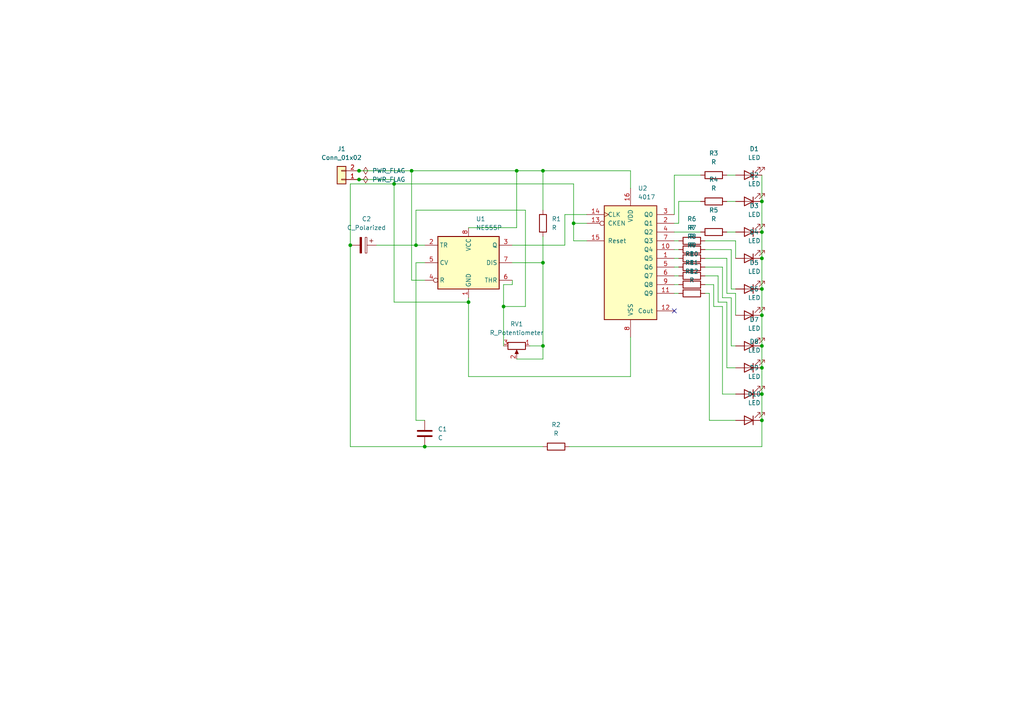
<source format=kicad_sch>
(kicad_sch (version 20250114) (generator "eeschema") (generator_version "9.0")
  (paper "A4")
  (lib_symbols
    (symbol "4xxx:4017" (pin_names (offset 1.016))
      (property "Reference" "U" (at -7.62 16.51 0))
      (property "Value" "4017" (at -7.62 -19.05 0))
      (symbol "4017_1_0"
        (pin input clock (at -12.7 12.7 0) (length 5.08) (name "CLK") (number "14"))
        (pin input inverted (at -12.7 10.16 0) (length 5.08) (name "CKEN") (number "13"))
        (pin input line (at -12.7 5.08 0) (length 5.08) (name "Reset") (number "15"))
        (pin power_in line (at 0 20.32 270) (length 5.08) (name "VDD") (number "16"))
        (pin power_in line (at 0 -22.86 90) (length 5.08) (name "VSS") (number "8"))
        (pin output line (at 12.7 12.7 180) (length 5.08) (name "Q0") (number "3"))
        (pin output line (at 12.7 10.16 180) (length 5.08) (name "Q1") (number "2"))
        (pin output line (at 12.7 7.62 180) (length 5.08) (name "Q2") (number "4"))
        (pin output line (at 12.7 5.08 180) (length 5.08) (name "Q3") (number "7"))
        (pin output line (at 12.7 2.54 180) (length 5.08) (name "Q4") (number "10"))
        (pin output line (at 12.7 0 180) (length 5.08) (name "Q5") (number "1"))
        (pin output line (at 12.7 -2.54 180) (length 5.08) (name "Q6") (number "5"))
        (pin output line (at 12.7 -5.08 180) (length 5.08) (name "Q7") (number "6"))
        (pin output line (at 12.7 -7.62 180) (length 5.08) (name "Q8") (number "9"))
        (pin output line (at 12.7 -10.16 180) (length 5.08) (name "Q9") (number "11"))
        (pin output line (at 12.7 -15.24 180) (length 5.08) (name "Cout") (number "12"))
      )
      (symbol "4017_1_1"
        (rectangle (start -7.62 15.24) (end 7.62 -17.78) (stroke (width 0.254)) (fill (type background)))
      )
    )
    (symbol "Connector_Generic:Conn_01x02" (pin_names (offset 1.016) (hide yes))
      (property "Reference" "J" (at 0 2.54 0))
      (property "Value" "Conn_01x02" (at 0 -5.08 0))
      (symbol "Conn_01x02_1_1"
        (rectangle (start -1.27 1.27) (end 1.27 -3.81) (stroke (width 0.254)) (fill (type background)))
        (rectangle (start -1.27 0.127) (end 0 -0.127) (stroke (width 0.1524)))
        (rectangle (start -1.27 -2.413) (end 0 -2.667) (stroke (width 0.1524)))
        (pin passive line (at -5.08 0 0) (length 3.81) (name "Pin_1") (number "1"))
        (pin passive line (at -5.08 -2.54 0) (length 3.81) (name "Pin_2") (number "2"))
      )
    )
    (symbol "Device:C" (pin_numbers (hide yes)) (pin_names (offset 0.254))
      (property "Reference" "C" (at 0.635 2.54 0))
      (property "Value" "C" (at 0.635 -2.54 0))
      (symbol "C_0_1"
        (polyline (pts (xy -2.032 0.762) (xy 2.032 0.762)) (stroke (width 0.508)))
        (polyline (pts (xy -2.032 -0.762) (xy 2.032 -0.762)) (stroke (width 0.508)))
      )
      (symbol "C_1_1"
        (pin passive line (at 0 3.81 270) (length 2.794) (name "~") (number "1"))
        (pin passive line (at 0 -3.81 90) (length 2.794) (name "~") (number "2"))
      )
    )
    (symbol "Device:C_Polarized" (pin_numbers (hide yes)) (pin_names (offset 0.254))
      (property "Reference" "C" (at 0.635 2.54 0))
      (property "Value" "C_Polarized" (at 0.635 -2.54 0))
      (symbol "C_Polarized_0_1"
        (rectangle (start -2.286 0.508) (end 2.286 1.016))
        (polyline (pts (xy -1.778 2.286) (xy -0.762 2.286)))
        (polyline (pts (xy -1.27 2.794) (xy -1.27 1.778)))
        (rectangle (start 2.286 -0.508) (end -2.286 -1.016) (fill (type outline)))
      )
      (symbol "C_Polarized_1_1"
        (pin passive line (at 0 3.81 270) (length 2.794) (name "~") (number "1"))
        (pin passive line (at 0 -3.81 90) (length 2.794) (name "~") (number "2"))
      )
    )
    (symbol "Device:LED" (pin_numbers (hide yes)) (pin_names (offset 1.016) (hide yes))
      (property "Reference" "D" (at 0 2.54 0))
      (property "Value" "LED" (at 0 -2.54 0))
      (symbol "LED_0_1"
        (polyline (pts (xy -3.048 -0.762) (xy -4.572 -2.286) (xy -3.81 -2.286) (xy -4.572 -2.286) (xy -4.572 -1.524)))
        (polyline (pts (xy -1.778 -0.762) (xy -3.302 -2.286) (xy -2.54 -2.286) (xy -3.302 -2.286) (xy -3.302 -1.524)))
        (polyline (pts (xy -1.27 0) (xy 1.27 0)))
        (polyline (pts (xy -1.27 -1.27) (xy -1.27 1.27)) (stroke (width 0.254)))
        (polyline (pts (xy 1.27 -1.27) (xy 1.27 1.27) (xy -1.27 0) (xy 1.27 -1.27)) (stroke (width 0.254)))
      )
      (symbol "LED_1_1"
        (pin passive line (at -3.81 0 0) (length 2.54) (name "K") (number "1"))
        (pin passive line (at 3.81 0 180) (length 2.54) (name "A") (number "2"))
      )
    )
    (symbol "Device:R" (pin_numbers (hide yes)) (pin_names (offset 0))
      (property "Reference" "R" (at 2.032 0 90))
      (property "Value" "R" (at 0 0 90))
      (symbol "R_0_1"
        (rectangle (start -1.016 -2.54) (end 1.016 2.54) (stroke (width 0.254)))
      )
      (symbol "R_1_1"
        (pin passive line (at 0 3.81 270) (length 1.27) (name "~") (number "1"))
        (pin passive line (at 0 -3.81 90) (length 1.27) (name "~") (number "2"))
      )
    )
    (symbol "Device:R_Potentiometer" (pin_names (offset 1.016) (hide yes))
      (property "Reference" "RV" (at -4.445 0 90))
      (property "Value" "R_Potentiometer" (at -2.54 0 90))
      (symbol "R_Potentiometer_0_1"
        (rectangle (start 1.016 2.54) (end -1.016 -2.54) (stroke (width 0.254)))
        (polyline (pts (xy 1.143 0) (xy 2.286 0.508) (xy 2.286 -0.508) (xy 1.143 0)) (fill (type outline)))
        (polyline (pts (xy 2.54 0) (xy 1.524 0)))
      )
      (symbol "R_Potentiometer_1_1"
        (pin passive line (at 0 3.81 270) (length 1.27) (name "1") (number "1"))
        (pin passive line (at 0 -3.81 90) (length 1.27) (name "3") (number "3"))
        (pin passive line (at 3.81 0 180) (length 1.27) (name "2") (number "2"))
      )
    )
    (symbol "Timer:NE555P"
      (property "Reference" "U" (at -10.16 8.89 0))
      (property "Value" "NE555P" (at 2.54 8.89 0))
      (symbol "NE555P_0_0"
        (pin power_in line (at 0 10.16 270) (length 2.54) (name "VCC") (number "8"))
        (pin power_in line (at 0 -10.16 90) (length 2.54) (name "GND") (number "1"))
      )
      (symbol "NE555P_0_1"
        (rectangle (start -8.89 -7.62) (end 8.89 7.62) (stroke (width 0.254)) (fill (type background)))
        (rectangle (start -8.89 -7.62) (end 8.89 7.62) (stroke (width 0.254)) (fill (type background)))
      )
      (symbol "NE555P_1_1"
        (pin input line (at -12.7 5.08 0) (length 3.81) (name "TR") (number "2"))
        (pin input line (at -12.7 0 0) (length 3.81) (name "CV") (number "5"))
        (pin input inverted (at -12.7 -5.08 0) (length 3.81) (name "R") (number "4"))
        (pin output line (at 12.7 5.08 180) (length 3.81) (name "Q") (number "3"))
        (pin input line (at 12.7 0 180) (length 3.81) (name "DIS") (number "7"))
        (pin input line (at 12.7 -5.08 180) (length 3.81) (name "THR") (number "6"))
      )
    )
    (symbol "power:PWR_FLAG" (power) (pin_numbers (hide yes)) (pin_names (offset 0) (hide yes))
      (property "Value" "PWR_FLAG" (at 0 3.81 0))
      (symbol "PWR_FLAG_0_0"
        (pin power_out line (at 0 0 90) (length 0) (name "~") (number "1"))
      )
      (symbol "PWR_FLAG_0_1"
        (polyline (pts (xy 0 0) (xy 0 1.27) (xy -1.016 1.905) (xy 0 2.54) (xy 1.016 1.905) (xy 0 1.27)))
      )
    )
  )
  (junction (at 146.05 88.9))
  (junction (at 220.98 91.44))
  (junction (at 101.6 71.12))
  (junction (at 120.65 71.12))
  (junction (at 114.3 53.34))
  (junction (at 166.37 64.77))
  (junction (at 220.98 121.92))
  (junction (at 123.19 129.54))
  (junction (at 220.98 58.42))
  (junction (at 220.98 106.68))
  (junction (at 220.98 83.82))
  (junction (at 157.48 49.53))
  (junction (at 220.98 67.31))
  (junction (at 104.14 52.07))
  (junction (at 220.98 74.93))
  (junction (at 135.89 87.63))
  (junction (at 157.48 76.2))
  (junction (at 220.98 100.33))
  (junction (at 220.98 114.3))
  (junction (at 157.48 100.33))
  (junction (at 119.38 49.53))
  (junction (at 149.86 49.53))
  (junction (at 104.14 49.53))
  (no_connect (at 195.58 90.17))
  (wire (pts (xy 210.82 106.68) (xy 213.36 106.68)))
  (wire (pts (xy 182.88 109.22) (xy 135.89 109.22)))
  (wire (pts (xy 220.98 74.93) (xy 220.98 83.82)))
  (wire (pts (xy 120.65 71.12) (xy 120.65 60.96)))
  (wire (pts (xy 166.37 64.77) (xy 170.18 64.77)))
  (wire (pts (xy 196.85 58.42) (xy 203.2 58.42)))
  (wire (pts (xy 101.6 53.34) (xy 101.6 71.12)))
  (wire (pts (xy 195.58 72.39) (xy 196.85 72.39)))
  (wire (pts (xy 157.48 100.33) (xy 157.48 104.14)))
  (wire (pts (xy 149.86 66.04) (xy 149.86 49.53)))
  (wire (pts (xy 220.98 91.44) (xy 220.98 100.33)))
  (wire (pts (xy 220.98 129.54) (xy 220.98 121.92)))
  (wire (pts (xy 209.55 88.9) (xy 209.55 114.3)))
  (wire (pts (xy 195.58 50.8) (xy 203.2 50.8)))
  (wire (pts (xy 195.58 69.85) (xy 196.85 69.85)))
  (wire (pts (xy 104.14 52.07) (xy 114.3 52.07)))
  (wire (pts (xy 220.98 83.82) (xy 220.98 91.44)))
  (wire (pts (xy 195.58 85.09) (xy 196.85 85.09)))
  (wire (pts (xy 209.55 114.3) (xy 213.36 114.3)))
  (wire (pts (xy 109.22 71.12) (xy 120.65 71.12)))
  (wire (pts (xy 212.09 100.33) (xy 213.36 100.33)))
  (wire (pts (xy 182.88 97.79) (xy 182.88 109.22)))
  (wire (pts (xy 157.48 49.53) (xy 157.48 60.96)))
  (wire (pts (xy 119.38 49.53) (xy 119.38 81.28)))
  (wire (pts (xy 148.59 71.12) (xy 163.83 71.12)))
  (wire (pts (xy 220.98 58.42) (xy 220.98 67.31)))
  (wire (pts (xy 157.48 68.58) (xy 157.48 76.2)))
  (wire (pts (xy 101.6 129.54) (xy 101.6 71.12)))
  (wire (pts (xy 195.58 67.31) (xy 203.2 67.31)))
  (wire (pts (xy 146.05 100.33) (xy 146.05 88.9)))
  (wire (pts (xy 163.83 62.23) (xy 170.18 62.23)))
  (wire (pts (xy 152.4 88.9) (xy 146.05 88.9)))
  (wire (pts (xy 210.82 87.63) (xy 210.82 106.68)))
  (wire (pts (xy 114.3 52.07) (xy 114.3 53.34)))
  (wire (pts (xy 146.05 88.9) (xy 146.05 82.55)))
  (wire (pts (xy 210.82 67.31) (xy 213.36 67.31)))
  (wire (pts (xy 146.05 82.55) (xy 148.59 82.55)))
  (wire (pts (xy 212.09 72.39) (xy 212.09 83.82)))
  (wire (pts (xy 123.19 129.54) (xy 157.48 129.54)))
  (wire (pts (xy 119.38 81.28) (xy 123.19 81.28)))
  (wire (pts (xy 205.74 85.09) (xy 205.74 121.92)))
  (wire (pts (xy 204.47 74.93) (xy 210.82 74.93)))
  (wire (pts (xy 220.98 106.68) (xy 220.98 114.3)))
  (wire (pts (xy 157.48 49.53) (xy 149.86 49.53)))
  (wire (pts (xy 195.58 74.93) (xy 196.85 74.93)))
  (wire (pts (xy 182.88 49.53) (xy 157.48 49.53)))
  (wire (pts (xy 182.88 54.61) (xy 182.88 49.53)))
  (wire (pts (xy 204.47 72.39) (xy 212.09 72.39)))
  (wire (pts (xy 114.3 53.34) (xy 114.3 87.63)))
  (wire (pts (xy 114.3 87.63) (xy 135.89 87.63)))
  (wire (pts (xy 135.89 87.63) (xy 135.89 86.36)))
  (wire (pts (xy 210.82 50.8) (xy 213.36 50.8)))
  (wire (pts (xy 120.65 60.96) (xy 152.4 60.96)))
  (wire (pts (xy 210.82 58.42) (xy 213.36 58.42)))
  (wire (pts (xy 207.01 88.9) (xy 209.55 88.9)))
  (wire (pts (xy 149.86 104.14) (xy 157.48 104.14)))
  (wire (pts (xy 114.3 53.34) (xy 101.6 53.34)))
  (wire (pts (xy 212.09 86.36) (xy 212.09 100.33)))
  (wire (pts (xy 205.74 121.92) (xy 213.36 121.92)))
  (wire (pts (xy 204.47 82.55) (xy 207.01 82.55)))
  (wire (pts (xy 220.98 114.3) (xy 220.98 121.92)))
  (wire (pts (xy 114.3 53.34) (xy 166.37 53.34)))
  (wire (pts (xy 208.28 80.01) (xy 208.28 87.63)))
  (wire (pts (xy 157.48 76.2) (xy 148.59 76.2)))
  (wire (pts (xy 148.59 82.55) (xy 148.59 81.28)))
  (wire (pts (xy 195.58 62.23) (xy 195.58 50.8)))
  (wire (pts (xy 208.28 87.63) (xy 210.82 87.63)))
  (wire (pts (xy 220.98 50.8) (xy 220.98 58.42)))
  (wire (pts (xy 135.89 109.22) (xy 135.89 87.63)))
  (wire (pts (xy 195.58 82.55) (xy 196.85 82.55)))
  (wire (pts (xy 149.86 49.53) (xy 119.38 49.53)))
  (wire (pts (xy 135.89 66.04) (xy 149.86 66.04)))
  (wire (pts (xy 166.37 64.77) (xy 166.37 69.85)))
  (wire (pts (xy 210.82 74.93) (xy 210.82 85.09)))
  (wire (pts (xy 120.65 121.92) (xy 123.19 121.92)))
  (wire (pts (xy 220.98 100.33) (xy 220.98 106.68)))
  (wire (pts (xy 210.82 85.09) (xy 213.36 85.09)))
  (wire (pts (xy 204.47 80.01) (xy 208.28 80.01)))
  (wire (pts (xy 120.65 71.12) (xy 123.19 71.12)))
  (wire (pts (xy 204.47 85.09) (xy 205.74 85.09)))
  (wire (pts (xy 119.38 49.53) (xy 104.14 49.53)))
  (wire (pts (xy 157.48 100.33) (xy 153.67 100.33)))
  (wire (pts (xy 213.36 69.85) (xy 213.36 74.93)))
  (wire (pts (xy 166.37 53.34) (xy 166.37 64.77)))
  (wire (pts (xy 163.83 71.12) (xy 163.83 62.23)))
  (wire (pts (xy 165.1 129.54) (xy 220.98 129.54)))
  (wire (pts (xy 166.37 69.85) (xy 170.18 69.85)))
  (wire (pts (xy 195.58 80.01) (xy 196.85 80.01)))
  (wire (pts (xy 123.19 129.54) (xy 101.6 129.54)))
  (wire (pts (xy 209.55 77.47) (xy 209.55 86.36)))
  (wire (pts (xy 204.47 77.47) (xy 209.55 77.47)))
  (wire (pts (xy 212.09 83.82) (xy 213.36 83.82)))
  (wire (pts (xy 120.65 76.2) (xy 120.65 121.92)))
  (wire (pts (xy 207.01 82.55) (xy 207.01 88.9)))
  (wire (pts (xy 123.19 76.2) (xy 120.65 76.2)))
  (wire (pts (xy 152.4 60.96) (xy 152.4 88.9)))
  (wire (pts (xy 220.98 67.31) (xy 220.98 74.93)))
  (wire (pts (xy 157.48 76.2) (xy 157.48 100.33)))
  (wire (pts (xy 196.85 64.77) (xy 196.85 58.42)))
  (wire (pts (xy 213.36 85.09) (xy 213.36 91.44)))
  (wire (pts (xy 195.58 77.47) (xy 196.85 77.47)))
  (wire (pts (xy 195.58 64.77) (xy 196.85 64.77)))
  (wire (pts (xy 204.47 69.85) (xy 213.36 69.85)))
  (wire (pts (xy 209.55 86.36) (xy 212.09 86.36)))
  (symbol (lib_id "Device:LED") (at 217.17 91.44 180) (unit 1)
    (property "Reference" "D6" (at 218.7575 83.82 0))
    (property "Value" "LED" (at 218.7575 86.36 0))
    (property "Footprint" "LED_THT:LED_D5.0mm" (effects (hide yes)))
    (property "Description" "Light emitting diode" (effects (hide yes)))
    (property "Sim.Pins" "1=K 2=A" (effects (hide yes)))
  )
  (symbol (lib_id "Device:LED") (at 217.17 58.42 180) (unit 1)
    (property "Reference" "D2" (at 218.7575 50.8 0))
    (property "Value" "LED" (at 218.7575 53.34 0))
    (property "Footprint" "LED_THT:LED_D5.0mm" (effects (hide yes)))
    (property "Description" "Light emitting diode" (effects (hide yes)))
    (property "Sim.Pins" "1=K 2=A" (effects (hide yes)))
  )
  (symbol (lib_id "Device:R") (at 157.48 64.77 0) (unit 1)
    (property "Reference" "R1" (at 160.02 63.4999 0) (effects (justify left)))
    (property "Value" "R" (at 160.02 66.0399 0) (effects (justify left)))
    (property "Footprint" "Resistor_THT:R_Axial_DIN0207_L6.3mm_D2.5mm_P7.62mm_Horizontal" (effects (hide yes)))
    (property "Description" "Resistor" (effects (hide yes)))
  )
  (symbol (lib_id "Device:R") (at 200.66 85.09 270) (unit 1)
    (property "Reference" "R12" (at 200.66 78.74 90))
    (property "Value" "R" (at 200.66 81.28 90))
    (property "Footprint" "Resistor_THT:R_Axial_DIN0207_L6.3mm_D2.5mm_P7.62mm_Horizontal" (effects (hide yes)))
    (property "Description" "Resistor" (effects (hide yes)))
  )
  (symbol (lib_id "power:PWR_FLAG") (at 104.14 52.07 270) (unit 1)
    (property "Reference" "#FLG02" (effects (hide yes)))
    (property "Value" "PWR_FLAG" (at 107.95 52.0699 90) (effects (justify left)))
    (property "Description" "Special symbol for telling ERC where power comes from" (effects (hide yes)))
  )
  (symbol (lib_id "power:PWR_FLAG") (at 104.14 49.53 270) (unit 1)
    (property "Reference" "#FLG01" (effects (hide yes)))
    (property "Value" "PWR_FLAG" (at 107.95 49.5299 90) (effects (justify left)))
    (property "Description" "Special symbol for telling ERC where power comes from" (effects (hide yes)))
  )
  (symbol (lib_id "Device:LED") (at 217.17 83.82 180) (unit 1)
    (property "Reference" "D5" (at 218.7575 76.2 0))
    (property "Value" "LED" (at 218.7575 78.74 0))
    (property "Footprint" "LED_THT:LED_D5.0mm" (effects (hide yes)))
    (property "Description" "Light emitting diode" (effects (hide yes)))
    (property "Sim.Pins" "1=K 2=A" (effects (hide yes)))
  )
  (symbol (lib_id "Device:LED") (at 217.17 67.31 180) (unit 1)
    (property "Reference" "D3" (at 218.7575 59.69 0))
    (property "Value" "LED" (at 218.7575 62.23 0))
    (property "Footprint" "LED_THT:LED_D5.0mm" (effects (hide yes)))
    (property "Description" "Light emitting diode" (effects (hide yes)))
    (property "Sim.Pins" "1=K 2=A" (effects (hide yes)))
  )
  (symbol (lib_id "Device:C_Polarized") (at 105.41 71.12 270) (unit 1)
    (property "Reference" "C2" (at 106.299 63.5 90))
    (property "Value" "C_Polarized" (at 106.299 66.04 90))
    (property "Footprint" "Capacitor_THT:C_Disc_D5.0mm_W2.5mm_P2.50mm" (effects (hide yes)))
    (property "Description" "Polarized capacitor" (effects (hide yes)))
  )
  (symbol (lib_id "Device:LED") (at 217.17 74.93 180) (unit 1)
    (property "Reference" "D4" (at 218.7575 67.31 0))
    (property "Value" "LED" (at 218.7575 69.85 0))
    (property "Footprint" "LED_THT:LED_D5.0mm" (effects (hide yes)))
    (property "Description" "Light emitting diode" (effects (hide yes)))
    (property "Sim.Pins" "1=K 2=A" (effects (hide yes)))
  )
  (symbol (lib_id "Device:LED") (at 217.17 106.68 180) (unit 1)
    (property "Reference" "D8" (at 218.7575 99.06 0))
    (property "Value" "LED" (at 218.7575 101.6 0))
    (property "Footprint" "LED_THT:LED_D5.0mm" (effects (hide yes)))
    (property "Description" "Light emitting diode" (effects (hide yes)))
    (property "Sim.Pins" "1=K 2=A" (effects (hide yes)))
  )
  (symbol (lib_id "Device:R") (at 207.01 50.8 270) (unit 1)
    (property "Reference" "R3" (at 207.01 44.45 90))
    (property "Value" "R" (at 207.01 46.99 90))
    (property "Footprint" "Resistor_THT:R_Axial_DIN0207_L6.3mm_D2.5mm_P7.62mm_Horizontal" (effects (hide yes)))
    (property "Description" "Resistor" (effects (hide yes)))
  )
  (symbol (lib_id "Device:C") (at 123.19 125.73 0) (unit 1)
    (property "Reference" "C1" (at 127 124.4599 0) (effects (justify left)))
    (property "Value" "C" (at 127 126.9999 0) (effects (justify left)))
    (property "Footprint" "Capacitor_THT:CP_Radial_D5.0mm_P2.50mm" (effects (hide yes)))
    (property "Description" "Unpolarized capacitor" (effects (hide yes)))
  )
  (symbol (lib_id "Device:LED") (at 217.17 100.33 180) (unit 1)
    (property "Reference" "D7" (at 218.7575 92.71 0))
    (property "Value" "LED" (at 218.7575 95.25 0))
    (property "Footprint" "LED_THT:LED_D5.0mm" (effects (hide yes)))
    (property "Description" "Light emitting diode" (effects (hide yes)))
    (property "Sim.Pins" "1=K 2=A" (effects (hide yes)))
  )
  (symbol (lib_id "Device:R") (at 200.66 82.55 270) (unit 1)
    (property "Reference" "R11" (at 200.66 76.2 90))
    (property "Value" "R" (at 200.66 78.74 90))
    (property "Footprint" "Resistor_THT:R_Axial_DIN0207_L6.3mm_D2.5mm_P7.62mm_Horizontal" (effects (hide yes)))
    (property "Description" "Resistor" (effects (hide yes)))
  )
  (symbol (lib_id "Device:R") (at 207.01 58.42 270) (unit 1)
    (property "Reference" "R4" (at 207.01 52.07 90))
    (property "Value" "R" (at 207.01 54.61 90))
    (property "Footprint" "Resistor_THT:R_Axial_DIN0207_L6.3mm_D2.5mm_P7.62mm_Horizontal" (effects (hide yes)))
    (property "Description" "Resistor" (effects (hide yes)))
  )
  (symbol (lib_id "Device:LED") (at 217.17 121.92 180) (unit 1)
    (property "Reference" "D10" (at 218.7575 114.3 0))
    (property "Value" "LED" (at 218.7575 116.84 0))
    (property "Footprint" "LED_THT:LED_D5.0mm" (effects (hide yes)))
    (property "Description" "Light emitting diode" (effects (hide yes)))
    (property "Sim.Pins" "1=K 2=A" (effects (hide yes)))
  )
  (symbol (lib_id "Device:R_Potentiometer") (at 149.86 100.33 270) (unit 1)
    (property "Reference" "RV1" (at 149.86 93.98 90))
    (property "Value" "R_Potentiometer" (at 149.86 96.52 90))
    (property "Footprint" "Potentiometer_THT:Potentiometer_Bourns_3386P_Vertical" (effects (hide yes)))
    (property "Description" "Potentiometer" (effects (hide yes)))
  )
  (symbol (lib_id "Device:LED") (at 217.17 114.3 180) (unit 1)
    (property "Reference" "D9" (at 218.7575 106.68 0))
    (property "Value" "LED" (at 218.7575 109.22 0))
    (property "Footprint" "LED_THT:LED_D5.0mm" (effects (hide yes)))
    (property "Description" "Light emitting diode" (effects (hide yes)))
    (property "Sim.Pins" "1=K 2=A" (effects (hide yes)))
  )
  (symbol (lib_id "Device:R") (at 200.66 69.85 270) (unit 1)
    (property "Reference" "R6" (at 200.66 63.5 90))
    (property "Value" "R" (at 200.66 66.04 90))
    (property "Footprint" "Resistor_THT:R_Axial_DIN0207_L6.3mm_D2.5mm_P7.62mm_Horizontal" (effects (hide yes)))
    (property "Description" "Resistor" (effects (hide yes)))
  )
  (symbol (lib_id "Device:R") (at 200.66 80.01 270) (unit 1)
    (property "Reference" "R10" (at 200.66 73.66 90))
    (property "Value" "R" (at 200.66 76.2 90))
    (property "Footprint" "Resistor_THT:R_Axial_DIN0207_L6.3mm_D2.5mm_P7.62mm_Horizontal" (effects (hide yes)))
    (property "Description" "Resistor" (effects (hide yes)))
  )
  (symbol (lib_id "Device:R") (at 207.01 67.31 270) (unit 1)
    (property "Reference" "R5" (at 207.01 60.96 90))
    (property "Value" "R" (at 207.01 63.5 90))
    (property "Footprint" "Resistor_THT:R_Axial_DIN0207_L6.3mm_D2.5mm_P7.62mm_Horizontal" (effects (hide yes)))
    (property "Description" "Resistor" (effects (hide yes)))
  )
  (symbol (lib_id "Device:LED") (at 217.17 50.8 180) (unit 1)
    (property "Reference" "D1" (at 218.7575 43.18 0))
    (property "Value" "LED" (at 218.7575 45.72 0))
    (property "Footprint" "LED_THT:LED_D5.0mm" (effects (hide yes)))
    (property "Description" "Light emitting diode" (effects (hide yes)))
    (property "Sim.Pins" "1=K 2=A" (effects (hide yes)))
  )
  (symbol (lib_id "Device:R") (at 161.29 129.54 90) (unit 1)
    (property "Reference" "R2" (at 161.29 123.19 90))
    (property "Value" "R" (at 161.29 125.73 90))
    (property "Footprint" "Resistor_THT:R_Axial_DIN0207_L6.3mm_D2.5mm_P7.62mm_Horizontal" (effects (hide yes)))
    (property "Description" "Resistor" (effects (hide yes)))
  )
  (symbol (lib_id "Device:R") (at 200.66 72.39 270) (unit 1)
    (property "Reference" "R7" (at 200.66 66.04 90))
    (property "Value" "R" (at 200.66 68.58 90))
    (property "Footprint" "Resistor_THT:R_Axial_DIN0207_L6.3mm_D2.5mm_P7.62mm_Horizontal" (effects (hide yes)))
    (property "Description" "Resistor" (effects (hide yes)))
  )
  (symbol (lib_id "Device:R") (at 200.66 74.93 270) (unit 1)
    (property "Reference" "R8" (at 200.66 68.58 90))
    (property "Value" "R" (at 200.66 71.12 90))
    (property "Footprint" "Resistor_THT:R_Axial_DIN0207_L6.3mm_D2.5mm_P7.62mm_Horizontal" (effects (hide yes)))
    (property "Description" "Resistor" (effects (hide yes)))
  )
  (symbol (lib_id "Timer:NE555P") (at 135.89 76.2 0) (unit 1)
    (property "Reference" "U1" (at 138.0333 63.5 0) (effects (justify left)))
    (property "Value" "NE555P" (at 138.0333 66.04 0) (effects (justify left)))
    (property "Footprint" "Package_DIP:DIP-8_W7.62mm" (effects (hide yes)))
    (property "Datasheet" "http://www.ti.com/lit/ds/symlink/ne555.pdf" (effects (hide yes)))
    (property "Description" "Precision Timers, 555 compatible,  PDIP-8" (effects (hide yes)))
  )
  (symbol (lib_id "Device:R") (at 200.66 77.47 270) (unit 1)
    (property "Reference" "R9" (at 200.66 71.12 90))
    (property "Value" "R" (at 200.66 73.66 90))
    (property "Footprint" "Resistor_THT:R_Axial_DIN0207_L6.3mm_D2.5mm_P7.62mm_Horizontal" (effects (hide yes)))
    (property "Description" "Resistor" (effects (hide yes)))
  )
  (symbol (lib_id "Connector_Generic:Conn_01x02") (at 99.06 52.07 180) (unit 1)
    (property "Reference" "J1" (at 99.06 43.18 0))
    (property "Value" "Conn_01x02" (at 99.06 45.72 0))
    (property "Footprint" "Connector_PinHeader_2.54mm:PinHeader_1x02_P2.54mm_Vertical" (effects (hide yes)))
    (property "Description" "Generic connector, single row, 01x02, script generated (kicad-library-utils/schlib/autogen/connector/)" (effects (hide yes)))
  )
  (symbol (lib_id "4xxx:4017") (at 182.88 74.93 0) (unit 1)
    (property "Reference" "U2" (at 185.0233 54.61 0) (effects (justify left)))
    (property "Value" "4017" (at 185.0233 57.15 0) (effects (justify left)))
    (property "Footprint" "Package_DIP:DIP-16_W7.62mm" (effects (hide yes)))
    (property "Datasheet" "http://www.intersil.com/content/dam/Intersil/documents/cd40/cd4017bms-22bms.pdf" (effects (hide yes)))
    (property "Description" "Johnson Counter ( 10 outputs )" (effects (hide yes)))
  )
)
</source>
